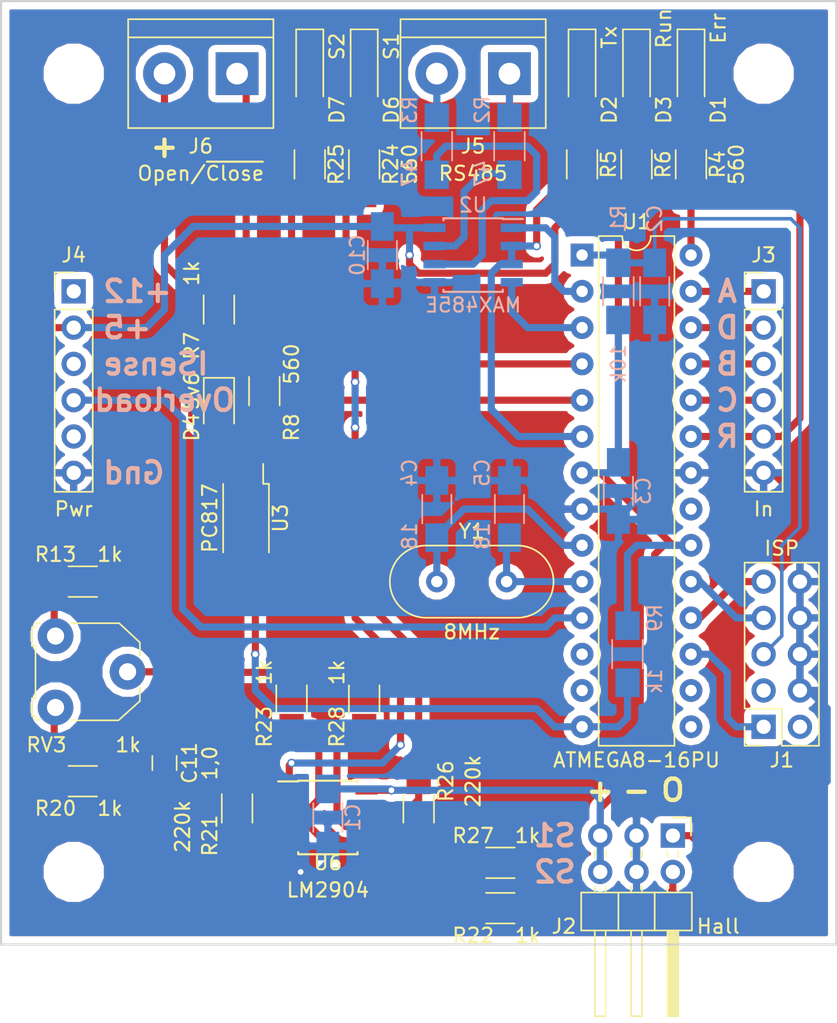
<source format=kicad_pcb>
(kicad_pcb (version 4) (host pcbnew 4.0.7)
  (layers (0 F.Cu signal) (31 B.Cu signal) (34 B.Paste user) (35 F.Paste user) (36 B.SilkS user) (37 F.SilkS user) (38 B.Mask user) (39 F.Mask user) (44 Edge.Cuts user))
  (net 0 "")
  (net 1 GND)
  (net 2 +5V)
  (net 3 "Net-(D1-Pad2)")
  (net 4 "Net-(D2-Pad2)")
  (net 5 "Net-(D3-Pad2)")
  (net 6 "Net-(D4-Pad2)")
  (net 7 "Net-(J1-Pad1)")
  (net 8 /Overload)
  (net 9 /Run)
  (net 10 /MA)
  (net 11 /MC)
  (net 12 /MB)
  (net 13 /MD)
  (net 14 "Net-(R3-Pad2)")
  (net 15 "Net-(C2-Pad2)")
  (net 16 "Net-(C4-Pad2)")
  (net 17 "Net-(C5-Pad2)")
  (net 18 "Net-(C11-Pad1)")
  (net 19 "Net-(D6-Pad2)")
  (net 20 "Net-(D7-Pad2)")
  (net 21 "Net-(J1-Pad7)")
  (net 22 "Net-(J1-Pad9)")
  (net 23 "Net-(J2-Pad1)")
  (net 24 "Net-(J2-Pad2)")
  (net 25 "Net-(J5-Pad1)")
  (net 26 "Net-(J5-Pad2)")
  (net 27 "Net-(R2-Pad2)")
  (net 28 "Net-(R4-Pad2)")
  (net 29 "Net-(R5-Pad2)")
  (net 30 "Net-(R13-Pad1)")
  (net 31 "Net-(R20-Pad2)")
  (net 32 /S1)
  (net 33 "Net-(R21-Pad2)")
  (net 34 "Net-(R23-Pad1)")
  (net 35 /S2)
  (net 36 "Net-(R26-Pad2)")
  (net 37 "Net-(R28-Pad1)")
  (net 38 "Net-(U1-Pad2)")
  (net 39 "Net-(U1-Pad3)")
  (net 40 "Net-(D4-Pad1)")
  (net 41 "Net-(J6-Pad2)")
  (net 42 "Net-(R8-Pad2)")
  (net 43 /Di0)
  (module Mounting_Holes:MountingHole_3.2mm_M3 (layer F.Cu) (at 91.44 43.18)
    (fp_text reference Hole hide)
    (fp_text value "" hide)
    (pad 1 np_thru_hole circle (at 0 0) (size 3.2 3.2) (drill 3.2) (layers *.Cu *.Mask))
  )
  (module Mounting_Holes:MountingHole_3.2mm_M3 (layer F.Cu) (at 139.7 43.18)
    (fp_text reference Hole hide)
    (fp_text value "" hide)
    (pad 1 np_thru_hole circle (at 0 0) (size 3.2 3.2) (drill 3.2) (layers *.Cu *.Mask))
  )
  (module Mounting_Holes:MountingHole_3.2mm_M3 (layer F.Cu) (at 139.7 99.06)
    (fp_text reference Hole hide)
    (fp_text value "" hide)
    (pad 1 np_thru_hole circle (at 0 0) (size 3.2 3.2) (drill 3.2) (layers *.Cu *.Mask))
  )
  (module Pin_Headers:Pin_Header_Straight_1x06_Pitch2.54mm (layer F.Cu) (at 139.7 58.42)
    (fp_text reference J3 (at 0 -2.54 180) (layer F.SilkS))
    (fp_text value In (at 0 15.24 180) (layer F.SilkS))
    (pad 1 thru_hole rect (at 0 0) (size 1.7 1.7) (drill 1) (layers *.Cu *.Mask) (net 10 /MA))
    (pad 2 thru_hole oval (at 0 2.54) (size 1.7 1.7) (drill 1) (layers *.Cu *.Mask) (net 13 /MD))
    (pad 3 thru_hole oval (at 0 5.08) (size 1.7 1.7) (drill 1) (layers *.Cu *.Mask) (net 12 /MB))
    (pad 4 thru_hole oval (at 0 7.62) (size 1.7 1.7) (drill 1) (layers *.Cu *.Mask) (net 11 /MC))
    (pad 5 thru_hole oval (at 0 10.16) (size 1.7 1.7) (drill 1) (layers *.Cu *.Mask) (net 9 /Run))
    (pad 6 thru_hole oval (at 0 12.7) (size 1.7 1.7) (drill 1) (layers *.Cu *.Mask) (net 1 GND))
  )
  (module Pin_Headers:Pin_Header_Straight_1x06_Pitch2.54mm (layer F.Cu) (at 91.44 58.42)
    (fp_text reference J4 (at 0 -2.54) (layer F.SilkS))
    (fp_text value Pwr (at 0 15.24) (layer F.SilkS))
    (pad 1 thru_hole rect (at 0 0) (size 1.7 1.7) (drill 1) (layers *.Cu *.Mask))
    (pad 2 thru_hole oval (at 0 2.54) (size 1.7 1.7) (drill 1) (layers *.Cu *.Mask) (net 2 +5V))
    (pad 3 thru_hole oval (at 0 5.08) (size 1.7 1.7) (drill 1) (layers *.Cu *.Mask))
    (pad 4 thru_hole oval (at 0 7.62) (size 1.7 1.7) (drill 1) (layers *.Cu *.Mask) (net 8 /Overload))
    (pad 5 thru_hole oval (at 0 10.16) (size 1.7 1.7) (drill 1) (layers *.Cu *.Mask))
    (pad 6 thru_hole oval (at 0 12.7) (size 1.7 1.7) (drill 1) (layers *.Cu *.Mask) (net 1 GND))
  )
  (module Mounting_Holes:MountingHole_3.2mm_M3 (layer F.Cu) (at 91.44 99.06)
    (fp_text reference Hole hide)
    (fp_text value "" hide)
    (pad 1 np_thru_hole circle (at 0 0) (size 3.2 3.2) (drill 3.2) (layers *.Cu *.Mask))
  )
  (module Capacitors_SMD:C_1206_HandSoldering (layer B.Cu) (at 109.22 95.25 90)
    (fp_text reference C1 (at 0 1.75 90) (layer B.SilkS) (effects (justify mirror)))
    (fp_text value 0,1)
    (pad 1 smd rect (at -2 0 90) (size 2 1.6) (layers B.Cu B.Paste B.Mask) (net 1 GND))
    (pad 2 smd rect (at 2 0 90) (size 2 1.6) (layers B.Cu B.Paste B.Mask) (net 2 +5V))
  )
  (module Capacitors_SMD:C_1206_HandSoldering (layer B.Cu) (at 132.08 58.42 90)
    (fp_text reference C2 (at 5.08 0 90) (layer B.SilkS) (effects (justify mirror)))
    (fp_text value 0,1)
    (pad 1 smd rect (at -2 0 90) (size 2 1.6) (layers B.Cu B.Paste B.Mask) (net 1 GND))
    (pad 2 smd rect (at 2 0 90) (size 2 1.6) (layers B.Cu B.Paste B.Mask) (net 15 "Net-(C2-Pad2)"))
  )
  (module Capacitors_SMD:C_1206_HandSoldering (layer B.Cu) (at 129.54 72.39 90)
    (fp_text reference C3 (at 0 1.75 90) (layer B.SilkS) (effects (justify mirror)))
    (fp_text value 0,1)
    (pad 1 smd rect (at -2 0 90) (size 2 1.6) (layers B.Cu B.Paste B.Mask) (net 1 GND))
    (pad 2 smd rect (at 2 0 90) (size 2 1.6) (layers B.Cu B.Paste B.Mask) (net 2 +5V))
  )
  (module Capacitors_SMD:C_1206_HandSoldering (layer B.Cu) (at 116.84 73.66 270)
    (fp_text reference C4 (at -2.54 1.905 270) (layer B.SilkS) (effects (justify mirror)))
    (fp_text value 18 (at 1.905 1.905 270) (layer B.SilkS) (effects (justify mirror)))
    (pad 1 smd rect (at -2 0 270) (size 2 1.6) (layers B.Cu B.Paste B.Mask) (net 1 GND))
    (pad 2 smd rect (at 2 0 270) (size 2 1.6) (layers B.Cu B.Paste B.Mask) (net 16 "Net-(C4-Pad2)"))
  )
  (module Capacitors_SMD:C_1206_HandSoldering (layer B.Cu) (at 121.92 73.66 270)
    (fp_text reference C5 (at -2.54 1.905 270) (layer B.SilkS) (effects (justify mirror)))
    (fp_text value 18 (at 1.905 1.905 270) (layer B.SilkS) (effects (justify mirror)))
    (pad 1 smd rect (at -2 0 270) (size 2 1.6) (layers B.Cu B.Paste B.Mask) (net 1 GND))
    (pad 2 smd rect (at 2 0 270) (size 2 1.6) (layers B.Cu B.Paste B.Mask) (net 17 "Net-(C5-Pad2)"))
  )
  (module Capacitors_SMD:C_1206_HandSoldering (layer B.Cu) (at 113.03 55.88 270)
    (fp_text reference C10 (at 0 1.75 270) (layer B.SilkS) (effects (justify mirror)))
    (fp_text value 0,1)
    (pad 1 smd rect (at -2 0 270) (size 2 1.6) (layers B.Cu B.Paste B.Mask) (net 2 +5V))
    (pad 2 smd rect (at 2 0 270) (size 2 1.6) (layers B.Cu B.Paste B.Mask) (net 1 GND))
  )
  (module Capacitors_SMD:C_0805_HandSoldering (layer F.Cu) (at 97.79 91.44 270)
    (fp_text reference C11 (at 0 -1.75 270) (layer F.SilkS))
    (fp_text value 1,0 (at 0 -3.175 270) (layer F.SilkS))
    (pad 1 smd rect (at -1.25 0 270) (size 1.5 1.25) (layers F.Cu F.Paste F.Mask) (net 18 "Net-(C11-Pad1)"))
    (pad 2 smd rect (at 1.25 0 270) (size 1.5 1.25) (layers F.Cu F.Paste F.Mask) (net 1 GND))
  )
  (module LEDs:LED_1206_HandSoldering (layer F.Cu) (at 134.62 43.18 270)
    (fp_text reference D1 (at 2.54 -1.905 270) (layer F.SilkS))
    (fp_text value Err (at -3.175 -1.905 270) (layer F.SilkS))
    (pad 1 smd rect (at -2 0 270) (size 2 1.7) (layers F.Cu F.Paste F.Mask) (net 1 GND))
    (pad 2 smd rect (at 2 0 270) (size 2 1.7) (layers F.Cu F.Paste F.Mask) (net 3 "Net-(D1-Pad2)"))
  )
  (module LEDs:LED_1206_HandSoldering (layer F.Cu) (at 127 43.18 270)
    (fp_text reference D2 (at 2.54 -1.905 270) (layer F.SilkS))
    (fp_text value Tx (at -2.54 -1.905 270) (layer F.SilkS))
    (pad 1 smd rect (at -2 0 270) (size 2 1.7) (layers F.Cu F.Paste F.Mask) (net 1 GND))
    (pad 2 smd rect (at 2 0 270) (size 2 1.7) (layers F.Cu F.Paste F.Mask) (net 4 "Net-(D2-Pad2)"))
  )
  (module LEDs:LED_1206_HandSoldering (layer F.Cu) (at 130.81 43.18 270)
    (fp_text reference D3 (at 2.54 -1.905 270) (layer F.SilkS))
    (fp_text value Run (at -3.175 -1.905 270) (layer F.SilkS))
    (pad 1 smd rect (at -2 0 270) (size 2 1.7) (layers F.Cu F.Paste F.Mask) (net 1 GND))
    (pad 2 smd rect (at 2 0 270) (size 2 1.7) (layers F.Cu F.Paste F.Mask) (net 5 "Net-(D3-Pad2)"))
  )
  (module LEDs:LED_1206_HandSoldering (layer F.Cu) (at 111.76 43.18 270)
    (fp_text reference D6 (at 2.54 -1.905 270) (layer F.SilkS))
    (fp_text value S1 (at -1.905 -1.905 270) (layer F.SilkS))
    (pad 1 smd rect (at -2 0 270) (size 2 1.7) (layers F.Cu F.Paste F.Mask) (net 1 GND))
    (pad 2 smd rect (at 2 0 270) (size 2 1.7) (layers F.Cu F.Paste F.Mask) (net 19 "Net-(D6-Pad2)"))
  )
  (module LEDs:LED_1206_HandSoldering (layer F.Cu) (at 107.95 43.18 270)
    (fp_text reference D7 (at 2.54 -1.905 270) (layer F.SilkS))
    (fp_text value S2 (at -1.905 -1.905 270) (layer F.SilkS))
    (pad 1 smd rect (at -2 0 270) (size 2 1.7) (layers F.Cu F.Paste F.Mask) (net 1 GND))
    (pad 2 smd rect (at 2 0 270) (size 2 1.7) (layers F.Cu F.Paste F.Mask) (net 20 "Net-(D7-Pad2)"))
  )
  (module Socket_Strips:Socket_Strip_Straight_2x05_Pitch2.54mm (layer F.Cu) (at 139.7 88.9 180)
    (fp_text reference J1 (at -1.27 -2.33 180) (layer F.SilkS))
    (fp_text value ISP (at -1.27 12.49 180) (layer F.SilkS))
    (pad 1 thru_hole rect (at 0 0 180) (size 1.7 1.7) (drill 1) (layers *.Cu *.Mask) (net 7 "Net-(J1-Pad1)"))
    (pad 2 thru_hole oval (at -2.54 0 180) (size 1.7 1.7) (drill 1) (layers *.Cu *.Mask))
    (pad 3 thru_hole oval (at 0 2.54 180) (size 1.7 1.7) (drill 1) (layers *.Cu *.Mask))
    (pad 4 thru_hole oval (at -2.54 2.54 180) (size 1.7 1.7) (drill 1) (layers *.Cu *.Mask) (net 1 GND))
    (pad 5 thru_hole oval (at 0 5.08 180) (size 1.7 1.7) (drill 1) (layers *.Cu *.Mask) (net 15 "Net-(C2-Pad2)"))
    (pad 6 thru_hole oval (at -2.54 5.08 180) (size 1.7 1.7) (drill 1) (layers *.Cu *.Mask) (net 1 GND))
    (pad 7 thru_hole oval (at 0 7.62 180) (size 1.7 1.7) (drill 1) (layers *.Cu *.Mask) (net 21 "Net-(J1-Pad7)"))
    (pad 8 thru_hole oval (at -2.54 7.62 180) (size 1.7 1.7) (drill 1) (layers *.Cu *.Mask) (net 1 GND))
    (pad 9 thru_hole oval (at 0 10.16 180) (size 1.7 1.7) (drill 1) (layers *.Cu *.Mask) (net 22 "Net-(J1-Pad9)"))
    (pad 10 thru_hole oval (at -2.54 10.16 180) (size 1.7 1.7) (drill 1) (layers *.Cu *.Mask) (net 1 GND))
  )
  (module Pin_Headers:Pin_Header_Angled_2x03_Pitch2.54mm (layer F.Cu) (at 133.35 96.52 270)
    (fp_text reference J2 (at 6.35 7.62 360) (layer F.SilkS))
    (fp_text value Hall (at 6.35 -3.175 360) (layer F.SilkS))
    (pad 1 thru_hole rect (at 0 0 270) (size 1.7 1.7) (drill 1) (layers *.Cu *.Mask) (net 23 "Net-(J2-Pad1)"))
    (pad 2 thru_hole oval (at 2.54 0 270) (size 1.7 1.7) (drill 1) (layers *.Cu *.Mask) (net 24 "Net-(J2-Pad2)"))
    (pad 3 thru_hole oval (at 0 2.54 270) (size 1.7 1.7) (drill 1) (layers *.Cu *.Mask) (net 1 GND))
    (pad 4 thru_hole oval (at 2.54 2.54 270) (size 1.7 1.7) (drill 1) (layers *.Cu *.Mask) (net 1 GND))
    (pad 5 thru_hole oval (at 0 5.08 270) (size 1.7 1.7) (drill 1) (layers *.Cu *.Mask) (net 2 +5V))
    (pad 6 thru_hole oval (at 2.54 5.08 270) (size 1.7 1.7) (drill 1) (layers *.Cu *.Mask) (net 2 +5V))
  )
  (module Connectors_Terminal_Blocks:TerminalBlock_bornier-2_P5.08mm (layer F.Cu) (at 121.92 43.18 180)
    (fp_text reference J5 (at 2.54 -5.08 180) (layer F.SilkS))
    (fp_text value RS485 (at 2.54 -6.985 180) (layer F.SilkS))
    (pad 1 thru_hole rect (at 0 0 180) (size 3 3) (drill 1.52) (layers *.Cu *.Mask) (net 25 "Net-(J5-Pad1)"))
    (pad 2 thru_hole circle (at 5.08 0 180) (size 3 3) (drill 1.52) (layers *.Cu *.Mask) (net 26 "Net-(J5-Pad2)"))
  )
  (module Resistors_SMD:R_1206_HandSoldering (layer B.Cu) (at 129.54 58.42 90)
    (fp_text reference R1 (at 5.08 0 90) (layer B.SilkS) (effects (justify mirror)))
    (fp_text value 10k (at -5.08 0 90) (layer B.SilkS) (effects (justify mirror)))
    (pad 1 smd rect (at -2 0 90) (size 2 1.7) (layers B.Cu B.Paste B.Mask) (net 2 +5V))
    (pad 2 smd rect (at 2 0 90) (size 2 1.7) (layers B.Cu B.Paste B.Mask) (net 15 "Net-(C2-Pad2)"))
  )
  (module Resistors_SMD:R_1206_HandSoldering (layer B.Cu) (at 121.92 48.26 270)
    (fp_text reference R2 (at -2.54 1.905 270) (layer B.SilkS) (effects (justify mirror)))
    (fp_text value 47 (at 1.905 1.905 270) (layer B.SilkS) (effects (justify mirror)))
    (pad 1 smd rect (at -2 0 270) (size 2 1.7) (layers B.Cu B.Paste B.Mask) (net 25 "Net-(J5-Pad1)"))
    (pad 2 smd rect (at 2 0 270) (size 2 1.7) (layers B.Cu B.Paste B.Mask) (net 27 "Net-(R2-Pad2)"))
  )
  (module Resistors_SMD:R_1206_HandSoldering (layer B.Cu) (at 116.84 48.26 270)
    (fp_text reference R3 (at -2.54 1.905 270) (layer B.SilkS) (effects (justify mirror)))
    (fp_text value 47 (at 1.905 1.905 270) (layer B.SilkS) (effects (justify mirror)))
    (pad 1 smd rect (at -2 0 270) (size 2 1.7) (layers B.Cu B.Paste B.Mask) (net 26 "Net-(J5-Pad2)"))
    (pad 2 smd rect (at 2 0 270) (size 2 1.7) (layers B.Cu B.Paste B.Mask) (net 14 "Net-(R3-Pad2)"))
  )
  (module Resistors_SMD:R_1206_HandSoldering (layer F.Cu) (at 134.62 49.53 270)
    (fp_text reference R4 (at 0 -1.85 270) (layer F.SilkS))
    (fp_text value 560 (at 0 -3.175 270) (layer F.SilkS))
    (pad 1 smd rect (at -2 0 270) (size 2 1.7) (layers F.Cu F.Paste F.Mask) (net 3 "Net-(D1-Pad2)"))
    (pad 2 smd rect (at 2 0 270) (size 2 1.7) (layers F.Cu F.Paste F.Mask) (net 28 "Net-(R4-Pad2)"))
  )
  (module Resistors_SMD:R_1206_HandSoldering (layer F.Cu) (at 127 49.53 270)
    (fp_text reference R5 (at 0 -1.85 270) (layer F.SilkS))
    (fp_text value 560)
    (pad 1 smd rect (at -2 0 270) (size 2 1.7) (layers F.Cu F.Paste F.Mask) (net 4 "Net-(D2-Pad2)"))
    (pad 2 smd rect (at 2 0 270) (size 2 1.7) (layers F.Cu F.Paste F.Mask) (net 29 "Net-(R5-Pad2)"))
  )
  (module Resistors_SMD:R_1206_HandSoldering (layer F.Cu) (at 130.81 49.53 270)
    (fp_text reference R6 (at 0 -1.85 270) (layer F.SilkS))
    (fp_text value 560)
    (pad 1 smd rect (at -2 0 270) (size 2 1.7) (layers F.Cu F.Paste F.Mask) (net 5 "Net-(D3-Pad2)"))
    (pad 2 smd rect (at 2 0 270) (size 2 1.7) (layers F.Cu F.Paste F.Mask) (net 9 /Run))
  )
  (module Resistors_SMD:R_1206_HandSoldering (layer F.Cu) (at 92.075 78.74)
    (fp_text reference R13 (at -1.905 -1.905) (layer F.SilkS))
    (fp_text value 1k (at 1.905 -1.905) (layer F.SilkS))
    (pad 1 smd rect (at -2 0) (size 2 1.7) (layers F.Cu F.Paste F.Mask) (net 30 "Net-(R13-Pad1)"))
    (pad 2 smd rect (at 2 0) (size 2 1.7) (layers F.Cu F.Paste F.Mask) (net 2 +5V))
  )
  (module Resistors_SMD:R_1206_HandSoldering (layer F.Cu) (at 92.075 92.71 180)
    (fp_text reference R20 (at 1.905 -1.905 180) (layer F.SilkS))
    (fp_text value 1k (at -1.905 -1.905 180) (layer F.SilkS))
    (pad 1 smd rect (at -2 0 180) (size 2 1.7) (layers F.Cu F.Paste F.Mask) (net 1 GND))
    (pad 2 smd rect (at 2 0 180) (size 2 1.7) (layers F.Cu F.Paste F.Mask) (net 31 "Net-(R20-Pad2)"))
  )
  (module Resistors_SMD:R_1206_HandSoldering (layer F.Cu) (at 102.87 94.615 270)
    (fp_text reference R21 (at 1.905 1.905 270) (layer F.SilkS))
    (fp_text value 220k (at 1.27 3.81 270) (layer F.SilkS))
    (pad 1 smd rect (at -2 0 270) (size 2 1.7) (layers F.Cu F.Paste F.Mask) (net 32 /S1))
    (pad 2 smd rect (at 2 0 270) (size 2 1.7) (layers F.Cu F.Paste F.Mask) (net 33 "Net-(R21-Pad2)"))
  )
  (module Resistors_SMD:R_1206_HandSoldering (layer F.Cu) (at 121.285 101.6)
    (fp_text reference R22 (at -1.905 1.905) (layer F.SilkS))
    (fp_text value 1k (at 1.905 1.905) (layer F.SilkS))
    (pad 1 smd rect (at -2 0) (size 2 1.7) (layers F.Cu F.Paste F.Mask) (net 33 "Net-(R21-Pad2)"))
    (pad 2 smd rect (at 2 0) (size 2 1.7) (layers F.Cu F.Paste F.Mask) (net 23 "Net-(J2-Pad1)"))
  )
  (module Resistors_SMD:R_1206_HandSoldering (layer F.Cu) (at 106.68 86.995 90)
    (fp_text reference R23 (at -1.905 -1.905 90) (layer F.SilkS))
    (fp_text value 1k (at 1.905 -1.905 90) (layer F.SilkS))
    (pad 1 smd rect (at -2 0 90) (size 2 1.7) (layers F.Cu F.Paste F.Mask) (net 34 "Net-(R23-Pad1)"))
    (pad 2 smd rect (at 2 0 90) (size 2 1.7) (layers F.Cu F.Paste F.Mask) (net 18 "Net-(C11-Pad1)"))
  )
  (module Resistors_SMD:R_1206_HandSoldering (layer F.Cu) (at 111.76 49.53 270)
    (fp_text reference R24 (at 0 -1.85 270) (layer F.SilkS))
    (fp_text value 560)
    (pad 1 smd rect (at -2 0 270) (size 2 1.7) (layers F.Cu F.Paste F.Mask) (net 19 "Net-(D6-Pad2)"))
    (pad 2 smd rect (at 2 0 270) (size 2 1.7) (layers F.Cu F.Paste F.Mask) (net 32 /S1))
  )
  (module Resistors_SMD:R_1206_HandSoldering (layer F.Cu) (at 107.95 49.53 270)
    (fp_text reference R25 (at 0 -1.85 270) (layer F.SilkS))
    (fp_text value 560 (at 0 -6.985 270) (layer F.SilkS))
    (pad 1 smd rect (at -2 0 270) (size 2 1.7) (layers F.Cu F.Paste F.Mask) (net 20 "Net-(D7-Pad2)"))
    (pad 2 smd rect (at 2 0 270) (size 2 1.7) (layers F.Cu F.Paste F.Mask) (net 35 /S2))
  )
  (module Resistors_SMD:R_1206_HandSoldering (layer F.Cu) (at 115.57 94.615 270)
    (fp_text reference R26 (at -1.905 -1.905 270) (layer F.SilkS))
    (fp_text value 220k (at -1.905 -3.81 270) (layer F.SilkS))
    (pad 1 smd rect (at -2 0 270) (size 2 1.7) (layers F.Cu F.Paste F.Mask) (net 35 /S2))
    (pad 2 smd rect (at 2 0 270) (size 2 1.7) (layers F.Cu F.Paste F.Mask) (net 36 "Net-(R26-Pad2)"))
  )
  (module Resistors_SMD:R_1206_HandSoldering (layer F.Cu) (at 121.285 98.425)
    (fp_text reference R27 (at -1.905 -1.905) (layer F.SilkS))
    (fp_text value 1k (at 1.905 -1.905) (layer F.SilkS))
    (pad 1 smd rect (at -2 0) (size 2 1.7) (layers F.Cu F.Paste F.Mask) (net 36 "Net-(R26-Pad2)"))
    (pad 2 smd rect (at 2 0) (size 2 1.7) (layers F.Cu F.Paste F.Mask) (net 24 "Net-(J2-Pad2)"))
  )
  (module Resistors_SMD:R_1206_HandSoldering (layer F.Cu) (at 111.76 86.995 90)
    (fp_text reference R28 (at -1.905 -1.905 90) (layer F.SilkS))
    (fp_text value 1k (at 1.905 -1.905 90) (layer F.SilkS))
    (pad 1 smd rect (at -2 0 90) (size 2 1.7) (layers F.Cu F.Paste F.Mask) (net 37 "Net-(R28-Pad1)"))
    (pad 2 smd rect (at 2 0 90) (size 2 1.7) (layers F.Cu F.Paste F.Mask) (net 18 "Net-(C11-Pad1)"))
  )
  (module Potentiometers:Potentiometer_Triwood_RM-065 (layer F.Cu) (at 90.17 82.55 270)
    (fp_text reference RV3 (at 7.62 0.635 360) (layer F.SilkS))
    (fp_text value 1k (at 7.62 -5.08 360) (layer F.SilkS))
    (pad 2 thru_hole circle (at 2.5 -5.04 270) (size 2.5 2.5) (drill 1.2) (layers *.Cu *.Mask) (net 18 "Net-(C11-Pad1)"))
    (pad 3 thru_hole circle (at 5 0 270) (size 2.5 2.5) (drill 1.2) (layers *.Cu *.Mask) (net 31 "Net-(R20-Pad2)"))
    (pad 1 thru_hole circle (at 0 0 270) (size 2.5 2.5) (drill 1.2) (layers *.Cu *.Mask) (net 30 "Net-(R13-Pad1)"))
  )
  (module Housings_DIP:DIP-28_W7.62mm (layer F.Cu) (at 127 55.88)
    (fp_text reference U1 (at 3.81 -2.33) (layer F.SilkS))
    (fp_text value ATMEGA8-16PU (at 3.81 35.35) (layer F.SilkS))
    (pad 1 thru_hole rect (at 0 0) (size 1.6 1.6) (drill 0.8) (layers *.Cu *.Mask) (net 15 "Net-(C2-Pad2)"))
    (pad 15 thru_hole oval (at 7.62 33.02) (size 1.6 1.6) (drill 0.8) (layers *.Cu *.Mask))
    (pad 2 thru_hole oval (at 0 2.54) (size 1.6 1.6) (drill 0.8) (layers *.Cu *.Mask) (net 38 "Net-(U1-Pad2)"))
    (pad 16 thru_hole oval (at 7.62 30.48) (size 1.6 1.6) (drill 0.8) (layers *.Cu *.Mask))
    (pad 3 thru_hole oval (at 0 5.08) (size 1.6 1.6) (drill 0.8) (layers *.Cu *.Mask) (net 39 "Net-(U1-Pad3)"))
    (pad 17 thru_hole oval (at 7.62 27.94) (size 1.6 1.6) (drill 0.8) (layers *.Cu *.Mask) (net 7 "Net-(J1-Pad1)"))
    (pad 4 thru_hole oval (at 0 7.62) (size 1.6 1.6) (drill 0.8) (layers *.Cu *.Mask) (net 32 /S1))
    (pad 18 thru_hole oval (at 7.62 25.4) (size 1.6 1.6) (drill 0.8) (layers *.Cu *.Mask) (net 22 "Net-(J1-Pad9)"))
    (pad 5 thru_hole oval (at 0 10.16) (size 1.6 1.6) (drill 0.8) (layers *.Cu *.Mask) (net 35 /S2))
    (pad 19 thru_hole oval (at 7.62 22.86) (size 1.6 1.6) (drill 0.8) (layers *.Cu *.Mask) (net 21 "Net-(J1-Pad7)"))
    (pad 6 thru_hole oval (at 0 12.7) (size 1.6 1.6) (drill 0.8) (layers *.Cu *.Mask) (net 29 "Net-(R5-Pad2)"))
    (pad 20 thru_hole oval (at 7.62 20.32) (size 1.6 1.6) (drill 0.8) (layers *.Cu *.Mask) (net 2 +5V))
    (pad 7 thru_hole oval (at 0 15.24) (size 1.6 1.6) (drill 0.8) (layers *.Cu *.Mask) (net 2 +5V))
    (pad 21 thru_hole oval (at 7.62 17.78) (size 1.6 1.6) (drill 0.8) (layers *.Cu *.Mask))
    (pad 8 thru_hole oval (at 0 17.78) (size 1.6 1.6) (drill 0.8) (layers *.Cu *.Mask) (net 1 GND))
    (pad 22 thru_hole oval (at 7.62 15.24) (size 1.6 1.6) (drill 0.8) (layers *.Cu *.Mask) (net 1 GND))
    (pad 9 thru_hole oval (at 0 20.32) (size 1.6 1.6) (drill 0.8) (layers *.Cu *.Mask) (net 16 "Net-(C4-Pad2)"))
    (pad 23 thru_hole oval (at 7.62 12.7) (size 1.6 1.6) (drill 0.8) (layers *.Cu *.Mask) (net 9 /Run))
    (pad 10 thru_hole oval (at 0 22.86) (size 1.6 1.6) (drill 0.8) (layers *.Cu *.Mask) (net 17 "Net-(C5-Pad2)"))
    (pad 24 thru_hole oval (at 7.62 10.16) (size 1.6 1.6) (drill 0.8) (layers *.Cu *.Mask) (net 11 /MC))
    (pad 11 thru_hole oval (at 0 25.4) (size 1.6 1.6) (drill 0.8) (layers *.Cu *.Mask) (net 8 /Overload))
    (pad 25 thru_hole oval (at 7.62 7.62) (size 1.6 1.6) (drill 0.8) (layers *.Cu *.Mask) (net 12 /MB))
    (pad 12 thru_hole oval (at 0 27.94) (size 1.6 1.6) (drill 0.8) (layers *.Cu *.Mask))
    (pad 26 thru_hole oval (at 7.62 5.08) (size 1.6 1.6) (drill 0.8) (layers *.Cu *.Mask) (net 13 /MD))
    (pad 13 thru_hole oval (at 0 30.48) (size 1.6 1.6) (drill 0.8) (layers *.Cu *.Mask))
    (pad 27 thru_hole oval (at 7.62 2.54) (size 1.6 1.6) (drill 0.8) (layers *.Cu *.Mask) (net 10 /MA))
    (pad 14 thru_hole oval (at 0 33.02) (size 1.6 1.6) (drill 0.8) (layers *.Cu *.Mask) (net 43 /Di0))
    (pad 28 thru_hole oval (at 7.62 0) (size 1.6 1.6) (drill 0.8) (layers *.Cu *.Mask) (net 28 "Net-(R4-Pad2)"))
  )
  (module Housings_SOIC:SOIC-8_3.9x4.9mm_Pitch1.27mm (layer B.Cu) (at 119.38 55.88 180)
    (fp_text reference U2 (at 0 3.5 180) (layer B.SilkS) (effects (justify mirror)))
    (fp_text value MAX485E (at 0 -3.5 180) (layer B.SilkS) (effects (justify mirror)))
    (pad 1 smd rect (at -2.7 1.905 180) (size 1.55 0.6) (layers B.Cu B.Paste B.Mask) (net 38 "Net-(U1-Pad2)"))
    (pad 2 smd rect (at -2.7 0.635 180) (size 1.55 0.6) (layers B.Cu B.Paste B.Mask) (net 29 "Net-(R5-Pad2)"))
    (pad 3 smd rect (at -2.7 -0.635 180) (size 1.55 0.6) (layers B.Cu B.Paste B.Mask) (net 29 "Net-(R5-Pad2)"))
    (pad 4 smd rect (at -2.7 -1.905 180) (size 1.55 0.6) (layers B.Cu B.Paste B.Mask) (net 39 "Net-(U1-Pad3)"))
    (pad 5 smd rect (at 2.7 -1.905 180) (size 1.55 0.6) (layers B.Cu B.Paste B.Mask) (net 1 GND))
    (pad 6 smd rect (at 2.7 -0.635 180) (size 1.55 0.6) (layers B.Cu B.Paste B.Mask) (net 14 "Net-(R3-Pad2)"))
    (pad 7 smd rect (at 2.7 0.635 180) (size 1.55 0.6) (layers B.Cu B.Paste B.Mask) (net 27 "Net-(R2-Pad2)"))
    (pad 8 smd rect (at 2.7 1.905 180) (size 1.55 0.6) (layers B.Cu B.Paste B.Mask) (net 2 +5V))
  )
  (module Housings_SOIC:SOIC-8_3.9x4.9mm_Pitch1.27mm (layer F.Cu) (at 109.22 95.25)
    (fp_text reference U6 (at 0 3.175) (layer F.SilkS))
    (fp_text value LM2904 (at 0 5.08) (layer F.SilkS))
    (pad 1 smd rect (at -2.7 -1.905) (size 1.55 0.6) (layers F.Cu F.Paste F.Mask) (net 32 /S1))
    (pad 2 smd rect (at -2.7 -0.635) (size 1.55 0.6) (layers F.Cu F.Paste F.Mask) (net 34 "Net-(R23-Pad1)"))
    (pad 3 smd rect (at -2.7 0.635) (size 1.55 0.6) (layers F.Cu F.Paste F.Mask) (net 33 "Net-(R21-Pad2)"))
    (pad 4 smd rect (at -2.7 1.905) (size 1.55 0.6) (layers F.Cu F.Paste F.Mask) (net 1 GND))
    (pad 5 smd rect (at 2.7 1.905) (size 1.55 0.6) (layers F.Cu F.Paste F.Mask) (net 36 "Net-(R26-Pad2)"))
    (pad 6 smd rect (at 2.7 0.635) (size 1.55 0.6) (layers F.Cu F.Paste F.Mask) (net 37 "Net-(R28-Pad1)"))
    (pad 7 smd rect (at 2.7 -0.635) (size 1.55 0.6) (layers F.Cu F.Paste F.Mask) (net 35 /S2))
    (pad 8 smd rect (at 2.7 -1.905) (size 1.55 0.6) (layers F.Cu F.Paste F.Mask) (net 2 +5V))
  )
  (module Crystals:Crystal_HC49-4H_Vertical (layer F.Cu) (at 116.84 78.74)
    (fp_text reference Y1 (at 2.44 -3.525) (layer F.SilkS))
    (fp_text value 8MHz (at 2.44 3.525) (layer F.SilkS))
    (pad 1 thru_hole circle (at 0 0) (size 1.5 1.5) (drill 0.8) (layers *.Cu *.Mask) (net 16 "Net-(C4-Pad2)"))
    (pad 2 thru_hole circle (at 4.88 0) (size 1.5 1.5) (drill 0.8) (layers *.Cu *.Mask) (net 17 "Net-(C5-Pad2)"))
  )
  (module Diodes_SMD:D_1206 (layer F.Cu) (at 101.6 66.675 270)
    (fp_text reference D4 (at 1.27 1.905 270) (layer F.SilkS))
    (fp_text value 5v6 (at -1.27 1.905 270) (layer F.SilkS))
    (pad 1 smd rect (at -1.5 0 270) (size 1 1.6) (layers F.Cu F.Paste F.Mask) (net 40 "Net-(D4-Pad1)"))
    (pad 2 smd rect (at 1.5 0 270) (size 1 1.6) (layers F.Cu F.Paste F.Mask) (net 6 "Net-(D4-Pad2)"))
  )
  (module Connectors_Terminal_Blocks:TerminalBlock_bornier-2_P5.08mm (layer F.Cu) (at 102.87 43.18 180)
    (fp_text reference J6 (at 2.54 -5.08 180) (layer F.SilkS))
    (fp_text value Open/~Close (at 2.54 -6.985 180) (layer F.SilkS))
    (pad 1 thru_hole rect (at 0 0 180) (size 3 3) (drill 1.52) (layers *.Cu *.Mask) (net 6 "Net-(D4-Pad2)"))
    (pad 2 thru_hole circle (at 5.08 0 180) (size 3 3) (drill 1.52) (layers *.Cu *.Mask) (net 41 "Net-(J6-Pad2)"))
  )
  (module Resistors_SMD:R_1206_HandSoldering (layer F.Cu) (at 101.6 59.69 90)
    (fp_text reference R7 (at -2.54 -1.905 90) (layer F.SilkS))
    (fp_text value 1k (at 2.54 -1.905 90) (layer F.SilkS))
    (pad 1 smd rect (at -2 0 90) (size 2 1.7) (layers F.Cu F.Paste F.Mask) (net 40 "Net-(D4-Pad1)"))
    (pad 2 smd rect (at 2 0 90) (size 2 1.7) (layers F.Cu F.Paste F.Mask) (net 41 "Net-(J6-Pad2)"))
  )
  (module Resistors_SMD:R_1206_HandSoldering (layer F.Cu) (at 104.775 65.405 270)
    (fp_text reference R8 (at 2.54 -1.905 270) (layer F.SilkS))
    (fp_text value 560 (at -1.905 -1.905 270) (layer F.SilkS))
    (pad 1 smd rect (at -2 0 270) (size 2 1.7) (layers F.Cu F.Paste F.Mask) (net 40 "Net-(D4-Pad1)"))
    (pad 2 smd rect (at 2 0 270) (size 2 1.7) (layers F.Cu F.Paste F.Mask) (net 42 "Net-(R8-Pad2)"))
  )
  (module Resistors_SMD:R_1206_HandSoldering (layer B.Cu) (at 130.175 83.82 270)
    (fp_text reference R9 (at -2.54 -1.905 270) (layer B.SilkS) (effects (justify mirror)))
    (fp_text value 1k (at 1.905 -1.905 270) (layer B.SilkS) (effects (justify mirror)))
    (pad 1 smd rect (at -2 0 270) (size 2 1.7) (layers B.Cu B.Paste B.Mask) (net 2 +5V))
    (pad 2 smd rect (at 2 0 270) (size 2 1.7) (layers B.Cu B.Paste B.Mask) (net 43 /Di0))
  )
  (module Housings_SSOP:SOP-4_4.4x2.8mm_Pitch1.27mm (layer F.Cu) (at 103.505 74.295 270)
    (fp_text reference U3 (at 0 -2.4 270) (layer F.SilkS))
    (fp_text value PC817 (at 0 2.54 270) (layer F.SilkS))
    (pad 1 smd rect (at -3.15 -0.64 270) (size 1.3 0.8) (layers F.Cu F.Paste F.Mask) (net 42 "Net-(R8-Pad2)"))
    (pad 2 smd rect (at -3.15 0.64 270) (size 1.3 0.8) (layers F.Cu F.Paste F.Mask) (net 6 "Net-(D4-Pad2)"))
    (pad 3 smd rect (at 3.15 0.64 270) (size 1.3 0.8) (layers F.Cu F.Paste F.Mask) (net 1 GND))
    (pad 4 smd rect (at 3.15 -0.64 270) (size 1.3 0.8) (layers F.Cu F.Paste F.Mask) (net 43 /Di0))
  )
  (gr_text + (at 97.79 48.26) (layer F.SilkS) (effects (font (size 1.5 1.5) (thickness 0.3))))
  (gr_text S1 (at 125.095 96.52) (layer B.SilkS) (effects (font (size 1.5 1.5) (thickness 0.3)) (justify mirror)))
  (gr_text S2 (at 125.095 99.06) (layer B.SilkS) (effects (font (size 1.5 1.5) (thickness 0.3)) (justify mirror)))
  (gr_text O (at 133.35 93.345) (layer F.SilkS) (effects (font (size 1.5 1.5) (thickness 0.3))))
  (gr_text - (at 130.81 93.345) (layer F.SilkS) (effects (font (size 1.5 1.5) (thickness 0.3))))
  (gr_text + (at 128.27 93.345) (layer F.SilkS) (effects (font (size 1.5 1.5) (thickness 0.3))))
  (gr_text Overload (at 92.71 66.04) (layer B.SilkS) (effects (font (size 1.5 1.5) (thickness 0.3)) (justify right mirror)))
  (gr_text ISense (at 93.345 63.5) (layer B.SilkS) (effects (font (size 1.5 1.5) (thickness 0.3)) (justify right mirror)))
  (gr_text +5 (at 93.345 60.96) (layer B.SilkS) (effects (font (size 1.5 1.5) (thickness 0.3)) (justify right mirror)))
  (gr_text +12 (at 93.345 58.42) (layer B.SilkS) (effects (font (size 1.5 1.5) (thickness 0.3)) (justify right mirror)))
  (gr_text Gnd (at 93.345 71.12) (layer B.SilkS) (effects (font (size 1.5 1.5) (thickness 0.3)) (justify right mirror)))
  (gr_text R (at 137.16 68.58) (layer B.SilkS) (effects (font (size 1.5 1.5) (thickness 0.3)) (justify mirror)))
  (gr_text D (at 137.16 60.96) (layer B.SilkS) (effects (font (size 1.5 1.5) (thickness 0.3)) (justify mirror)))
  (gr_text C (at 137.16 66.04) (layer B.SilkS) (effects (font (size 1.5 1.5) (thickness 0.3)) (justify mirror)))
  (gr_text B (at 137.16 63.5) (layer B.SilkS) (effects (font (size 1.5 1.5) (thickness 0.3)) (justify mirror)))
  (gr_text A (at 137.16 58.42) (layer B.SilkS) (effects (font (size 1.5 1.5) (thickness 0.3)) (justify mirror)))
  (gr_line (start 86.36 38.1) (end 144.78 38.1) (angle 90) (layer Edge.Cuts) (width 0.15))
  (gr_line (start 86.36 104.14) (end 86.36 38.1) (angle 90) (layer Edge.Cuts) (width 0.15))
  (gr_line (start 144.78 104.14) (end 86.36 104.14) (angle 90) (layer Edge.Cuts) (width 0.15))
  (gr_line (start 144.78 38.1) (end 144.78 104.14) (angle 90) (layer Edge.Cuts) (width 0.15))
  (segment (start 124.46 40.64) (end 113.665 40.64) (width 0.5) (layer F.Cu) (net 1))
  (segment (start 125 41.18) (end 124.46 40.64) (width 0.5) (layer F.Cu) (net 1))
  (segment (start 127 41.18) (end 125 41.18) (width 0.5) (layer F.Cu) (net 1))
  (segment (start 113.125 41.18) (end 107.95 41.18) (width 0.5) (layer F.Cu) (net 1))
  (segment (start 113.665 40.64) (end 113.125 41.18) (width 0.5) (layer F.Cu) (net 1))
  (segment (start 102.865 77.445) (end 97.155 77.445) (width 0.5) (layer F.Cu) (net 1))
  (segment (start 97.155 77.445) (end 97.155 77.47) (width 0.5) (layer F.Cu) (net 1))
  (segment (start 109.22 97.25) (end 109.22 98.425) (width 0.5) (layer B.Cu) (net 1))
  (segment (start 106.68 98.425) (end 106.52 98.425) (width 0.5) (layer F.Cu) (net 1))
  (segment (start 107.315 99.06) (end 106.68 98.425) (width 0.5) (layer F.Cu) (net 1))
  (via (at 107.315 99.06) (size 0.6) (drill 0.4) (layers F.Cu B.Cu) (net 1))
  (segment (start 108.585 99.06) (end 107.315 99.06) (width 0.5) (layer B.Cu) (net 1))
  (segment (start 109.22 98.425) (end 108.585 99.06) (width 0.5) (layer B.Cu) (net 1))
  (segment (start 97.79 92.69) (end 97.79 98.425) (width 0.5) (layer F.Cu) (net 1))
  (segment (start 106.52 98.585) (end 106.52 98.425) (width 0.5) (layer F.Cu) (net 1))
  (segment (start 106.52 98.425) (end 106.52 97.155) (width 0.5) (layer F.Cu) (net 1))
  (segment (start 106.045 99.06) (end 106.52 98.585) (width 0.5) (layer F.Cu) (net 1))
  (segment (start 98.425 99.06) (end 106.045 99.06) (width 0.5) (layer F.Cu) (net 1))
  (segment (start 97.79 98.425) (end 98.425 99.06) (width 0.5) (layer F.Cu) (net 1))
  (segment (start 94.075 92.71) (end 94.075 88.36) (width 0.5) (layer F.Cu) (net 1))
  (segment (start 95.885 71.12) (end 91.44 71.12) (width 0.5) (layer F.Cu) (net 1))
  (segment (start 97.155 72.39) (end 95.885 71.12) (width 0.5) (layer F.Cu) (net 1))
  (segment (start 97.155 80.645) (end 97.155 77.47) (width 0.5) (layer F.Cu) (net 1))
  (segment (start 97.155 77.47) (end 97.155 72.39) (width 0.5) (layer F.Cu) (net 1))
  (segment (start 95.885 81.915) (end 97.155 80.645) (width 0.5) (layer F.Cu) (net 1))
  (segment (start 94.615 81.915) (end 95.885 81.915) (width 0.5) (layer F.Cu) (net 1))
  (segment (start 92.71 83.82) (end 94.615 81.915) (width 0.5) (layer F.Cu) (net 1))
  (segment (start 92.71 86.995) (end 92.71 83.82) (width 0.5) (layer F.Cu) (net 1))
  (segment (start 94.075 88.36) (end 92.71 86.995) (width 0.5) (layer F.Cu) (net 1))
  (segment (start 94.075 92.71) (end 97.77 92.71) (width 0.5) (layer F.Cu) (net 1))
  (segment (start 97.77 92.71) (end 97.79 92.69) (width 0.5) (layer F.Cu) (net 1))
  (segment (start 142.24 86.36) (end 142.875 86.36) (width 0.5) (layer B.Cu) (net 1))
  (segment (start 142.875 86.36) (end 144.145 87.63) (width 0.5) (layer B.Cu) (net 1))
  (segment (start 130.81 93.98) (end 130.81 96.52) (width 0.5) (layer B.Cu) (net 1))
  (segment (start 131.445 93.345) (end 130.81 93.98) (width 0.5) (layer B.Cu) (net 1))
  (segment (start 143.51 93.345) (end 131.445 93.345) (width 0.5) (layer B.Cu) (net 1))
  (segment (start 144.145 92.71) (end 143.51 93.345) (width 0.5) (layer B.Cu) (net 1))
  (segment (start 144.145 87.63) (end 144.145 92.71) (width 0.5) (layer B.Cu) (net 1))
  (segment (start 130.81 99.06) (end 130.81 96.52) (width 0.5) (layer B.Cu) (net 1))
  (segment (start 139.7 71.12) (end 140.335 71.12) (width 0.5) (layer F.Cu) (net 1))
  (segment (start 140.335 71.12) (end 142.24 73.025) (width 0.5) (layer F.Cu) (net 1))
  (segment (start 142.24 73.025) (end 142.24 78.74) (width 0.5) (layer F.Cu) (net 1))
  (segment (start 142.24 78.74) (end 142.24 81.28) (width 0.5) (layer B.Cu) (net 1))
  (segment (start 142.24 81.28) (end 142.24 83.82) (width 0.5) (layer B.Cu) (net 1))
  (segment (start 142.24 83.82) (end 142.24 86.36) (width 0.5) (layer B.Cu) (net 1))
  (segment (start 127 73.66) (end 125.095 73.66) (width 0.5) (layer B.Cu) (net 1))
  (segment (start 123.095 71.66) (end 116.84 71.66) (width 0.5) (layer B.Cu) (net 1))
  (segment (start 125.095 73.66) (end 123.095 71.66) (width 0.5) (layer B.Cu) (net 1))
  (segment (start 127 73.66) (end 128.81 73.66) (width 0.5) (layer B.Cu) (net 1))
  (segment (start 128.81 73.66) (end 129.54 74.39) (width 0.5) (layer B.Cu) (net 1))
  (segment (start 132.08 60.42) (end 132.08 70.485) (width 0.5) (layer B.Cu) (net 1))
  (segment (start 132.08 70.485) (end 132.715 71.12) (width 0.5) (layer B.Cu) (net 1))
  (segment (start 129.54 74.39) (end 129.54 74.295) (width 0.5) (layer B.Cu) (net 1))
  (segment (start 129.54 74.295) (end 132.715 71.12) (width 0.5) (layer B.Cu) (net 1))
  (segment (start 132.715 71.12) (end 134.62 71.12) (width 0.5) (layer B.Cu) (net 1))
  (segment (start 116.68 57.785) (end 113.125 57.785) (width 0.5) (layer B.Cu) (net 1))
  (segment (start 113.125 57.785) (end 113.03 57.88) (width 0.5) (layer B.Cu) (net 1))
  (segment (start 134.62 41.18) (end 130.81 41.18) (width 0.5) (layer F.Cu) (net 1))
  (segment (start 127 41.18) (end 130.81 41.18) (width 0.5) (layer F.Cu) (net 1))
  (segment (start 134.62 71.12) (end 139.7 71.12) (width 0.5) (layer F.Cu) (net 1))
  (segment (start 130.175 81.82) (end 130.175 76.835) (width 0.5) (layer B.Cu) (net 2))
  (segment (start 130.81 76.2) (end 134.62 76.2) (width 0.5) (layer B.Cu) (net 2))
  (segment (start 130.175 76.835) (end 130.81 76.2) (width 0.5) (layer B.Cu) (net 2))
  (segment (start 113.03 53.88) (end 99.79 53.88) (width 0.5) (layer B.Cu) (net 2))
  (segment (start 96.52 60.96) (end 91.44 60.96) (width 0.5) (layer B.Cu) (net 2))
  (segment (start 97.79 59.69) (end 96.52 60.96) (width 0.5) (layer B.Cu) (net 2))
  (segment (start 97.79 55.88) (end 97.79 59.69) (width 0.5) (layer B.Cu) (net 2))
  (segment (start 99.79 53.88) (end 97.79 55.88) (width 0.5) (layer B.Cu) (net 2))
  (segment (start 113.665 93.345) (end 127.635 93.345) (width 0.5) (layer B.Cu) (net 2))
  (segment (start 128.27 93.98) (end 128.27 96.52) (width 0.5) (layer B.Cu) (net 2))
  (segment (start 127.635 93.345) (end 128.27 93.98) (width 0.5) (layer B.Cu) (net 2))
  (segment (start 109.22 93.25) (end 113.57 93.25) (width 0.5) (layer B.Cu) (net 2))
  (segment (start 113.665 93.345) (end 111.92 93.345) (width 0.5) (layer F.Cu) (net 2))
  (via (at 113.665 93.345) (size 0.6) (drill 0.4) (layers F.Cu B.Cu) (net 2))
  (segment (start 113.57 93.25) (end 113.665 93.345) (width 0.5) (layer B.Cu) (net 2))
  (segment (start 94.075 78.74) (end 94.075 76.93) (width 0.5) (layer F.Cu) (net 2))
  (segment (start 94.075 76.93) (end 92.71 75.565) (width 0.5) (layer F.Cu) (net 2))
  (segment (start 92.71 75.565) (end 89.535 75.565) (width 0.5) (layer F.Cu) (net 2))
  (segment (start 89.535 75.565) (end 88.265 74.295) (width 0.5) (layer F.Cu) (net 2))
  (segment (start 88.265 74.295) (end 88.265 62.23) (width 0.5) (layer F.Cu) (net 2))
  (segment (start 88.265 62.23) (end 89.535 60.96) (width 0.5) (layer F.Cu) (net 2))
  (segment (start 89.535 60.96) (end 91.44 60.96) (width 0.5) (layer F.Cu) (net 2))
  (segment (start 128.27 96.52) (end 128.27 94.615) (width 0.5) (layer F.Cu) (net 2))
  (segment (start 128.27 94.615) (end 132.08 90.805) (width 0.5) (layer F.Cu) (net 2))
  (segment (start 132.08 90.805) (end 132.08 76.835) (width 0.5) (layer F.Cu) (net 2))
  (segment (start 132.08 76.835) (end 132.715 76.2) (width 0.5) (layer F.Cu) (net 2))
  (segment (start 132.715 76.2) (end 134.62 76.2) (width 0.5) (layer F.Cu) (net 2))
  (segment (start 128.27 99.06) (end 128.27 96.52) (width 0.5) (layer B.Cu) (net 2))
  (segment (start 127 71.12) (end 128.905 71.12) (width 0.5) (layer F.Cu) (net 2))
  (segment (start 114.935 55.88) (end 114.935 53.975) (width 0.5) (layer B.Cu) (net 2))
  (via (at 114.935 55.88) (size 0.6) (drill 0.4) (layers F.Cu B.Cu) (net 2))
  (segment (start 114.935 56.515) (end 114.935 55.88) (width 0.5) (layer F.Cu) (net 2))
  (segment (start 115.57 57.15) (end 114.935 56.515) (width 0.5) (layer F.Cu) (net 2))
  (segment (start 124.46 57.15) (end 115.57 57.15) (width 0.5) (layer F.Cu) (net 2))
  (segment (start 125.095 56.515) (end 124.46 57.15) (width 0.5) (layer F.Cu) (net 2))
  (segment (start 125.095 53.975) (end 125.095 56.515) (width 0.5) (layer F.Cu) (net 2))
  (segment (start 125.73 53.34) (end 125.095 53.975) (width 0.5) (layer F.Cu) (net 2))
  (segment (start 128.905 53.34) (end 125.73 53.34) (width 0.5) (layer F.Cu) (net 2))
  (segment (start 129.54 53.975) (end 128.905 53.34) (width 0.5) (layer F.Cu) (net 2))
  (segment (start 129.54 70.485) (end 129.54 53.975) (width 0.5) (layer F.Cu) (net 2))
  (segment (start 128.905 71.12) (end 129.54 70.485) (width 0.5) (layer F.Cu) (net 2))
  (segment (start 127 71.12) (end 128.27 71.12) (width 0.5) (layer F.Cu) (net 2))
  (segment (start 128.27 71.12) (end 133.35 76.2) (width 0.5) (layer F.Cu) (net 2))
  (segment (start 133.35 76.2) (end 134.62 76.2) (width 0.5) (layer F.Cu) (net 2))
  (segment (start 127 71.12) (end 128.81 71.12) (width 0.5) (layer B.Cu) (net 2))
  (segment (start 128.81 71.12) (end 129.54 70.39) (width 0.5) (layer B.Cu) (net 2))
  (segment (start 129.54 70.39) (end 129.54 60.42) (width 0.5) (layer B.Cu) (net 2))
  (segment (start 116.68 53.975) (end 114.935 53.975) (width 0.5) (layer B.Cu) (net 2))
  (segment (start 114.935 53.975) (end 113.125 53.975) (width 0.5) (layer B.Cu) (net 2))
  (segment (start 113.125 53.975) (end 113.03 53.88) (width 0.5) (layer B.Cu) (net 2))
  (segment (start 134.62 45.18) (end 134.62 47.53) (width 0.5) (layer F.Cu) (net 3))
  (segment (start 127 45.18) (end 127 47.53) (width 0.5) (layer F.Cu) (net 4))
  (segment (start 130.81 45.18) (end 130.81 47.53) (width 0.5) (layer F.Cu) (net 5))
  (segment (start 101.6 68.175) (end 100.56 68.175) (width 0.5) (layer F.Cu) (net 6))
  (segment (start 103.505 59.055) (end 103.505 43.815) (width 0.5) (layer F.Cu) (net 6))
  (segment (start 102.87 59.69) (end 103.505 59.055) (width 0.5) (layer F.Cu) (net 6))
  (segment (start 100.33 59.69) (end 102.87 59.69) (width 0.5) (layer F.Cu) (net 6))
  (segment (start 99.695 60.325) (end 100.33 59.69) (width 0.5) (layer F.Cu) (net 6))
  (segment (start 99.695 67.31) (end 99.695 60.325) (width 0.5) (layer F.Cu) (net 6))
  (segment (start 100.56 68.175) (end 99.695 67.31) (width 0.5) (layer F.Cu) (net 6))
  (segment (start 103.505 43.815) (end 102.87 43.18) (width 0.5) (layer F.Cu) (net 6))
  (segment (start 101.6 68.175) (end 101.6 70.485) (width 0.5) (layer F.Cu) (net 6))
  (segment (start 102.235 71.12) (end 102.84 71.12) (width 0.5) (layer F.Cu) (net 6))
  (segment (start 101.6 70.485) (end 102.235 71.12) (width 0.5) (layer F.Cu) (net 6))
  (segment (start 102.84 71.12) (end 102.865 71.145) (width 0.5) (layer F.Cu) (net 6))
  (segment (start 134.62 83.82) (end 135.89 83.82) (width 0.5) (layer B.Cu) (net 7))
  (segment (start 137.795 88.9) (end 139.7 88.9) (width 0.5) (layer B.Cu) (net 7))
  (segment (start 137.16 88.265) (end 137.795 88.9) (width 0.5) (layer B.Cu) (net 7))
  (segment (start 137.16 85.09) (end 137.16 88.265) (width 0.5) (layer B.Cu) (net 7))
  (segment (start 135.89 83.82) (end 137.16 85.09) (width 0.5) (layer B.Cu) (net 7))
  (segment (start 127 81.28) (end 125.095 81.28) (width 0.5) (layer B.Cu) (net 8))
  (segment (start 97.79 66.04) (end 91.44 66.04) (width 0.5) (layer B.Cu) (net 8))
  (segment (start 99.06 67.31) (end 97.79 66.04) (width 0.5) (layer B.Cu) (net 8))
  (segment (start 99.06 80.645) (end 99.06 67.31) (width 0.5) (layer B.Cu) (net 8))
  (segment (start 100.33 81.915) (end 99.06 80.645) (width 0.5) (layer B.Cu) (net 8))
  (segment (start 124.46 81.915) (end 100.33 81.915) (width 0.5) (layer B.Cu) (net 8))
  (segment (start 125.095 81.28) (end 124.46 81.915) (width 0.5) (layer B.Cu) (net 8))
  (segment (start 139.7 68.58) (end 140.97 68.58) (width 0.5) (layer F.Cu) (net 9))
  (segment (start 132.08 49.53) (end 130.81 50.8) (width 0.5) (layer F.Cu) (net 9))
  (segment (start 140.97 49.53) (end 132.08 49.53) (width 0.5) (layer F.Cu) (net 9))
  (segment (start 142.24 50.8) (end 140.97 49.53) (width 0.5) (layer F.Cu) (net 9))
  (segment (start 142.24 67.31) (end 142.24 50.8) (width 0.5) (layer F.Cu) (net 9))
  (segment (start 140.97 68.58) (end 142.24 67.31) (width 0.5) (layer F.Cu) (net 9))
  (segment (start 130.81 50.8) (end 130.81 51.53) (width 0.5) (layer F.Cu) (net 9))
  (segment (start 134.62 68.58) (end 139.7 68.58) (width 0.5) (layer F.Cu) (net 9))
  (segment (start 134.62 58.42) (end 139.7 58.42) (width 0.5) (layer F.Cu) (net 10))
  (segment (start 134.62 66.04) (end 139.7 66.04) (width 0.5) (layer F.Cu) (net 11))
  (segment (start 134.62 63.5) (end 139.7 63.5) (width 0.5) (layer F.Cu) (net 12))
  (segment (start 139.7 60.96) (end 134.62 60.96) (width 0.5) (layer F.Cu) (net 13))
  (segment (start 116.68 56.515) (end 119.38 56.515) (width 0.5) (layer B.Cu) (net 14))
  (segment (start 116.84 48.895) (end 116.84 50.26) (width 0.5) (layer B.Cu) (net 14))
  (segment (start 117.475 48.26) (end 116.84 48.895) (width 0.5) (layer B.Cu) (net 14))
  (segment (start 123.19 48.26) (end 117.475 48.26) (width 0.5) (layer B.Cu) (net 14))
  (segment (start 123.825 48.895) (end 123.19 48.26) (width 0.5) (layer B.Cu) (net 14))
  (segment (start 123.825 51.435) (end 123.825 48.895) (width 0.5) (layer B.Cu) (net 14))
  (segment (start 123.19 52.07) (end 123.825 51.435) (width 0.5) (layer B.Cu) (net 14))
  (segment (start 120.65 52.07) (end 123.19 52.07) (width 0.5) (layer B.Cu) (net 14))
  (segment (start 120.015 52.705) (end 120.65 52.07) (width 0.5) (layer B.Cu) (net 14))
  (segment (start 120.015 55.88) (end 120.015 52.705) (width 0.5) (layer B.Cu) (net 14))
  (segment (start 119.38 56.515) (end 120.015 55.88) (width 0.5) (layer B.Cu) (net 14))
  (segment (start 139.7 83.82) (end 140.97 82.55) (width 0.25) (layer B.Cu) (net 15))
  (segment (start 132.08 53.975) (end 132.08 56.42) (width 0.25) (layer B.Cu) (net 15))
  (segment (start 132.715 53.34) (end 132.08 53.975) (width 0.25) (layer B.Cu) (net 15))
  (segment (start 141.605 53.34) (end 132.715 53.34) (width 0.25) (layer B.Cu) (net 15))
  (segment (start 142.24 53.975) (end 141.605 53.34) (width 0.25) (layer B.Cu) (net 15))
  (segment (start 142.24 74.93) (end 142.24 53.975) (width 0.25) (layer B.Cu) (net 15))
  (segment (start 140.97 76.2) (end 142.24 74.93) (width 0.25) (layer B.Cu) (net 15))
  (segment (start 140.97 82.55) (end 140.97 76.2) (width 0.25) (layer B.Cu) (net 15))
  (segment (start 127 55.88) (end 129 55.88) (width 0.5) (layer B.Cu) (net 15))
  (segment (start 129 55.88) (end 129.54 56.42) (width 0.5) (layer B.Cu) (net 15))
  (segment (start 129.54 56.42) (end 132.08 56.42) (width 0.5) (layer B.Cu) (net 15))
  (segment (start 116.84 75.66) (end 116.84 75.565) (width 0.5) (layer B.Cu) (net 16))
  (segment (start 116.84 75.565) (end 118.745 73.66) (width 0.5) (layer B.Cu) (net 16))
  (segment (start 125.73 76.2) (end 127 76.2) (width 0.5) (layer B.Cu) (net 16))
  (segment (start 123.19 73.66) (end 125.73 76.2) (width 0.5) (layer B.Cu) (net 16))
  (segment (start 118.745 73.66) (end 123.19 73.66) (width 0.5) (layer B.Cu) (net 16))
  (segment (start 116.84 78.74) (end 116.84 75.66) (width 0.5) (layer B.Cu) (net 16))
  (segment (start 127 78.74) (end 121.72 78.74) (width 0.5) (layer B.Cu) (net 17))
  (segment (start 121.72 78.74) (end 121.72 75.86) (width 0.5) (layer B.Cu) (net 17))
  (segment (start 121.72 75.86) (end 121.92 75.66) (width 0.5) (layer B.Cu) (net 17))
  (segment (start 111.76 84.995) (end 106.68 84.995) (width 0.5) (layer F.Cu) (net 18))
  (segment (start 97.79 85.725) (end 98.425 85.09) (width 0.5) (layer F.Cu) (net 18))
  (segment (start 98.425 85.09) (end 106.585 85.09) (width 0.5) (layer F.Cu) (net 18))
  (segment (start 106.585 85.09) (end 106.68 84.995) (width 0.5) (layer F.Cu) (net 18))
  (segment (start 95.21 85.05) (end 97.115 85.05) (width 0.5) (layer F.Cu) (net 18))
  (segment (start 97.79 85.725) (end 97.79 90.19) (width 0.5) (layer F.Cu) (net 18))
  (segment (start 97.115 85.05) (end 97.79 85.725) (width 0.5) (layer F.Cu) (net 18))
  (segment (start 111.76 45.18) (end 111.76 47.53) (width 0.5) (layer F.Cu) (net 19))
  (segment (start 107.95 47.53) (end 107.95 45.18) (width 0.5) (layer F.Cu) (net 20))
  (segment (start 134.62 78.74) (end 135.255 78.74) (width 0.5) (layer B.Cu) (net 21))
  (segment (start 135.255 78.74) (end 137.795 81.28) (width 0.5) (layer B.Cu) (net 21))
  (segment (start 137.795 81.28) (end 139.7 81.28) (width 0.5) (layer B.Cu) (net 21))
  (segment (start 134.62 81.28) (end 135.255 81.28) (width 0.5) (layer F.Cu) (net 22))
  (segment (start 135.255 81.28) (end 137.795 78.74) (width 0.5) (layer F.Cu) (net 22))
  (segment (start 137.795 78.74) (end 139.7 78.74) (width 0.5) (layer F.Cu) (net 22))
  (segment (start 123.285 101.6) (end 125.095 101.6) (width 0.5) (layer F.Cu) (net 23))
  (segment (start 134.62 96.52) (end 133.35 96.52) (width 0.5) (layer F.Cu) (net 23))
  (segment (start 135.255 97.155) (end 134.62 96.52) (width 0.5) (layer F.Cu) (net 23))
  (segment (start 135.255 100.965) (end 135.255 97.155) (width 0.5) (layer F.Cu) (net 23))
  (segment (start 133.985 102.235) (end 135.255 100.965) (width 0.5) (layer F.Cu) (net 23))
  (segment (start 125.73 102.235) (end 133.985 102.235) (width 0.5) (layer F.Cu) (net 23))
  (segment (start 125.095 101.6) (end 125.73 102.235) (width 0.5) (layer F.Cu) (net 23))
  (segment (start 123.285 98.425) (end 124.46 98.425) (width 0.5) (layer F.Cu) (net 24))
  (segment (start 133.35 100.33) (end 133.35 99.06) (width 0.5) (layer F.Cu) (net 24))
  (segment (start 132.715 100.965) (end 133.35 100.33) (width 0.5) (layer F.Cu) (net 24))
  (segment (start 127 100.965) (end 132.715 100.965) (width 0.5) (layer F.Cu) (net 24))
  (segment (start 124.46 98.425) (end 127 100.965) (width 0.5) (layer F.Cu) (net 24))
  (segment (start 121.92 43.18) (end 121.92 46.26) (width 0.5) (layer B.Cu) (net 25))
  (segment (start 116.84 43.18) (end 116.84 46.26) (width 0.5) (layer B.Cu) (net 26))
  (segment (start 116.68 55.245) (end 118.11 55.245) (width 0.5) (layer B.Cu) (net 27))
  (segment (start 120.015 50.165) (end 121.825 50.165) (width 0.5) (layer B.Cu) (net 27))
  (segment (start 118.745 51.435) (end 120.015 50.165) (width 0.5) (layer B.Cu) (net 27))
  (segment (start 118.745 54.61) (end 118.745 51.435) (width 0.5) (layer B.Cu) (net 27))
  (segment (start 118.11 55.245) (end 118.745 54.61) (width 0.5) (layer B.Cu) (net 27))
  (segment (start 121.825 50.165) (end 121.92 50.26) (width 0.5) (layer B.Cu) (net 27))
  (segment (start 121.19 50.26) (end 121.92 50.26) (width 0.5) (layer B.Cu) (net 27))
  (segment (start 134.62 51.53) (end 134.62 55.88) (width 0.5) (layer F.Cu) (net 28))
  (segment (start 127 68.58) (end 122.555 68.58) (width 0.5) (layer B.Cu) (net 29))
  (segment (start 121.285 56.515) (end 122.08 56.515) (width 0.5) (layer B.Cu) (net 29))
  (segment (start 120.65 57.15) (end 121.285 56.515) (width 0.5) (layer B.Cu) (net 29))
  (segment (start 120.65 66.675) (end 120.65 57.15) (width 0.5) (layer B.Cu) (net 29))
  (segment (start 122.555 68.58) (end 120.65 66.675) (width 0.5) (layer B.Cu) (net 29))
  (segment (start 122.08 55.245) (end 123.825 55.245) (width 0.5) (layer B.Cu) (net 29))
  (segment (start 125.095 51.435) (end 126.905 51.435) (width 0.5) (layer F.Cu) (net 29))
  (segment (start 123.825 52.705) (end 125.095 51.435) (width 0.5) (layer F.Cu) (net 29))
  (segment (start 123.825 55.245) (end 123.825 52.705) (width 0.5) (layer F.Cu) (net 29))
  (via (at 123.825 55.245) (size 0.6) (drill 0.4) (layers F.Cu B.Cu) (net 29))
  (segment (start 126.905 51.435) (end 127 51.53) (width 0.5) (layer F.Cu) (net 29))
  (segment (start 122.08 56.515) (end 122.08 55.245) (width 0.5) (layer B.Cu) (net 29))
  (segment (start 90.075 78.74) (end 90.075 82.455) (width 0.5) (layer F.Cu) (net 30))
  (segment (start 90.075 82.455) (end 90.17 82.55) (width 0.5) (layer F.Cu) (net 30))
  (segment (start 90.075 92.71) (end 90.075 87.645) (width 0.5) (layer F.Cu) (net 31))
  (segment (start 90.075 87.645) (end 90.17 87.55) (width 0.5) (layer F.Cu) (net 31))
  (segment (start 111.76 51.53) (end 110.49 51.53) (width 0.5) (layer F.Cu) (net 32))
  (segment (start 110.49 62.23) (end 111.125 62.865) (width 0.5) (layer F.Cu) (net 32))
  (segment (start 110.49 62.23) (end 110.49 51.53) (width 0.5) (layer F.Cu) (net 32))
  (segment (start 106.52 93.345) (end 106.52 91.6) (width 0.5) (layer F.Cu) (net 32))
  (segment (start 111.125 64.77) (end 111.125 62.865) (width 0.5) (layer F.Cu) (net 32))
  (via (at 111.125 64.77) (size 0.6) (drill 0.4) (layers F.Cu B.Cu) (net 32))
  (segment (start 111.125 67.945) (end 111.125 64.77) (width 0.5) (layer B.Cu) (net 32))
  (via (at 111.125 67.945) (size 0.6) (drill 0.4) (layers F.Cu B.Cu) (net 32))
  (segment (start 111.125 81.28) (end 111.125 67.945) (width 0.5) (layer F.Cu) (net 32))
  (segment (start 114.3 84.455) (end 111.125 81.28) (width 0.5) (layer F.Cu) (net 32))
  (segment (start 114.3 90.17) (end 114.3 84.455) (width 0.5) (layer F.Cu) (net 32))
  (via (at 114.3 90.17) (size 0.6) (drill 0.4) (layers F.Cu B.Cu) (net 32))
  (segment (start 113.03 91.44) (end 114.3 90.17) (width 0.5) (layer B.Cu) (net 32))
  (segment (start 106.68 91.44) (end 113.03 91.44) (width 0.5) (layer B.Cu) (net 32))
  (via (at 106.68 91.44) (size 0.6) (drill 0.4) (layers F.Cu B.Cu) (net 32))
  (segment (start 106.52 91.6) (end 106.68 91.44) (width 0.5) (layer F.Cu) (net 32))
  (segment (start 106.52 93.345) (end 103.6 93.345) (width 0.5) (layer F.Cu) (net 32))
  (segment (start 103.6 93.345) (end 102.87 92.615) (width 0.5) (layer F.Cu) (net 32))
  (segment (start 127 63.5) (end 111.76 63.5) (width 0.5) (layer F.Cu) (net 32))
  (segment (start 111.76 63.5) (end 111.125 62.865) (width 0.5) (layer F.Cu) (net 32))
  (segment (start 106.52 95.885) (end 107.95 95.885) (width 0.5) (layer F.Cu) (net 33))
  (segment (start 109.855 101.6) (end 119.285 101.6) (width 0.5) (layer F.Cu) (net 33))
  (segment (start 109.22 100.965) (end 109.855 101.6) (width 0.5) (layer F.Cu) (net 33))
  (segment (start 109.22 97.155) (end 109.22 100.965) (width 0.5) (layer F.Cu) (net 33))
  (segment (start 107.95 95.885) (end 109.22 97.155) (width 0.5) (layer F.Cu) (net 33))
  (segment (start 106.52 95.885) (end 103.6 95.885) (width 0.5) (layer F.Cu) (net 33))
  (segment (start 103.6 95.885) (end 102.87 96.615) (width 0.5) (layer F.Cu) (net 33))
  (segment (start 106.52 94.615) (end 107.95 94.615) (width 0.5) (layer F.Cu) (net 34))
  (segment (start 108.045 88.995) (end 106.68 88.995) (width 0.5) (layer F.Cu) (net 34))
  (segment (start 108.585 89.535) (end 108.045 88.995) (width 0.5) (layer F.Cu) (net 34))
  (segment (start 108.585 93.98) (end 108.585 89.535) (width 0.5) (layer F.Cu) (net 34))
  (segment (start 107.95 94.615) (end 108.585 93.98) (width 0.5) (layer F.Cu) (net 34))
  (segment (start 107.95 51.53) (end 106.68 51.53) (width 0.5) (layer F.Cu) (net 35))
  (segment (start 106.68 64.77) (end 106.68 51.53) (width 0.5) (layer F.Cu) (net 35))
  (segment (start 107.95 66.04) (end 106.68 64.77) (width 0.5) (layer F.Cu) (net 35))
  (segment (start 107.95 66.04) (end 112.395 66.04) (width 0.5) (layer F.Cu) (net 35))
  (segment (start 115.57 92.615) (end 115.57 83.82) (width 0.5) (layer F.Cu) (net 35))
  (segment (start 112.395 80.645) (end 112.395 66.04) (width 0.5) (layer F.Cu) (net 35))
  (segment (start 115.57 83.82) (end 112.395 80.645) (width 0.5) (layer F.Cu) (net 35))
  (segment (start 111.92 94.615) (end 114.935 94.615) (width 0.5) (layer F.Cu) (net 35))
  (segment (start 115.57 93.98) (end 115.57 92.615) (width 0.5) (layer F.Cu) (net 35))
  (segment (start 114.935 94.615) (end 115.57 93.98) (width 0.5) (layer F.Cu) (net 35))
  (segment (start 127 66.04) (end 112.395 66.04) (width 0.5) (layer F.Cu) (net 35))
  (segment (start 119.285 98.425) (end 119.285 97.695) (width 0.5) (layer F.Cu) (net 36))
  (segment (start 119.285 97.695) (end 118.205 96.615) (width 0.5) (layer F.Cu) (net 36))
  (segment (start 118.205 96.615) (end 115.57 96.615) (width 0.5) (layer F.Cu) (net 36))
  (segment (start 111.92 97.155) (end 115.03 97.155) (width 0.5) (layer F.Cu) (net 36))
  (segment (start 115.03 97.155) (end 115.57 96.615) (width 0.5) (layer F.Cu) (net 36))
  (segment (start 111.92 95.885) (end 110.49 95.885) (width 0.5) (layer F.Cu) (net 37))
  (segment (start 110.395 88.995) (end 111.76 88.995) (width 0.5) (layer F.Cu) (net 37))
  (segment (start 109.855 89.535) (end 110.395 88.995) (width 0.5) (layer F.Cu) (net 37))
  (segment (start 109.855 95.25) (end 109.855 89.535) (width 0.5) (layer F.Cu) (net 37))
  (segment (start 110.49 95.885) (end 109.855 95.25) (width 0.5) (layer F.Cu) (net 37))
  (segment (start 122.08 53.975) (end 124.46 53.975) (width 0.5) (layer B.Cu) (net 38))
  (segment (start 125.73 58.42) (end 127 58.42) (width 0.5) (layer B.Cu) (net 38))
  (segment (start 125.095 57.785) (end 125.73 58.42) (width 0.5) (layer B.Cu) (net 38))
  (segment (start 125.095 54.61) (end 125.095 57.785) (width 0.5) (layer B.Cu) (net 38))
  (segment (start 124.46 53.975) (end 125.095 54.61) (width 0.5) (layer B.Cu) (net 38))
  (segment (start 127 60.96) (end 123.19 60.96) (width 0.5) (layer B.Cu) (net 39))
  (segment (start 122.08 59.85) (end 122.08 57.785) (width 0.5) (layer B.Cu) (net 39))
  (segment (start 123.19 60.96) (end 122.08 59.85) (width 0.5) (layer B.Cu) (net 39))
  (segment (start 104.775 63.405) (end 101.6 63.405) (width 0.5) (layer F.Cu) (net 40))
  (segment (start 101.6 63.405) (end 101.6 63.5) (width 0.5) (layer F.Cu) (net 40))
  (segment (start 101.6 65.175) (end 101.6 63.5) (width 0.5) (layer F.Cu) (net 40))
  (segment (start 101.6 63.5) (end 101.6 61.69) (width 0.5) (layer F.Cu) (net 40))
  (segment (start 97.79 43.18) (end 97.79 56.515) (width 0.5) (layer F.Cu) (net 41))
  (segment (start 98.965 57.69) (end 101.6 57.69) (width 0.5) (layer F.Cu) (net 41))
  (segment (start 97.79 56.515) (end 98.965 57.69) (width 0.5) (layer F.Cu) (net 41))
  (segment (start 104.775 67.405) (end 104.775 70.515) (width 0.5) (layer F.Cu) (net 42))
  (segment (start 104.775 70.515) (end 104.145 71.145) (width 0.5) (layer F.Cu) (net 42))
  (segment (start 127 88.9) (end 125.095 88.9) (width 0.5) (layer B.Cu) (net 43))
  (segment (start 104.145 83.815) (end 104.145 77.445) (width 0.5) (layer F.Cu) (net 43))
  (segment (start 104.14 83.82) (end 104.145 83.815) (width 0.5) (layer F.Cu) (net 43))
  (via (at 104.14 83.82) (size 0.6) (drill 0.4) (layers F.Cu B.Cu) (net 43))
  (segment (start 104.14 86.36) (end 104.14 83.82) (width 0.5) (layer B.Cu) (net 43))
  (segment (start 105.41 87.63) (end 104.14 86.36) (width 0.5) (layer B.Cu) (net 43))
  (segment (start 123.825 87.63) (end 105.41 87.63) (width 0.5) (layer B.Cu) (net 43))
  (segment (start 125.095 88.9) (end 123.825 87.63) (width 0.5) (layer B.Cu) (net 43))
  (segment (start 130.175 85.82) (end 130.175 88.265) (width 0.5) (layer B.Cu) (net 43))
  (segment (start 129.54 88.9) (end 127 88.9) (width 0.5) (layer B.Cu) (net 43))
  (segment (start 130.175 88.265) (end 129.54 88.9) (width 0.5) (layer B.Cu) (net 43))
  (zone (net 1) (net_name GND) (layer F.Cu) (connect_pads (clearance 0.508)) (min_thickness 0.254) (fill yes (arc_segments 16) (thermal_gap 0.508) (thermal_bridge_width 0.508))
    (polygon (pts (xy 144.78 104.14) (xy 86.36 104.14) (xy 86.36 38.1) (xy 144.78 38.1)))
  )
  (zone (net 1) (net_name GND) (layer B.Cu) (connect_pads (clearance 0.508)) (min_thickness 0.254) (fill yes (arc_segments 16) (thermal_gap 0.508) (thermal_bridge_width 0.508))
    (polygon (pts (xy 144.78 104.14) (xy 86.36 104.14) (xy 86.36 38.1) (xy 144.78 38.1)))
  )
)
</source>
